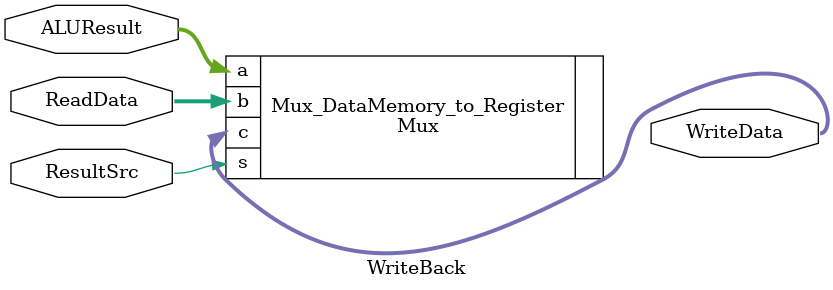
<source format=v>
`timescale 1ns / 1ps


module WriteBack(
    input [31:0]ALUResult, ReadData,
    input ResultSrc,
    output [31:0]WriteData
    );
    Mux Mux_DataMemory_to_Register(.a(ALUResult), .b(ReadData), .s(ResultSrc), .c(WriteData));
endmodule

</source>
